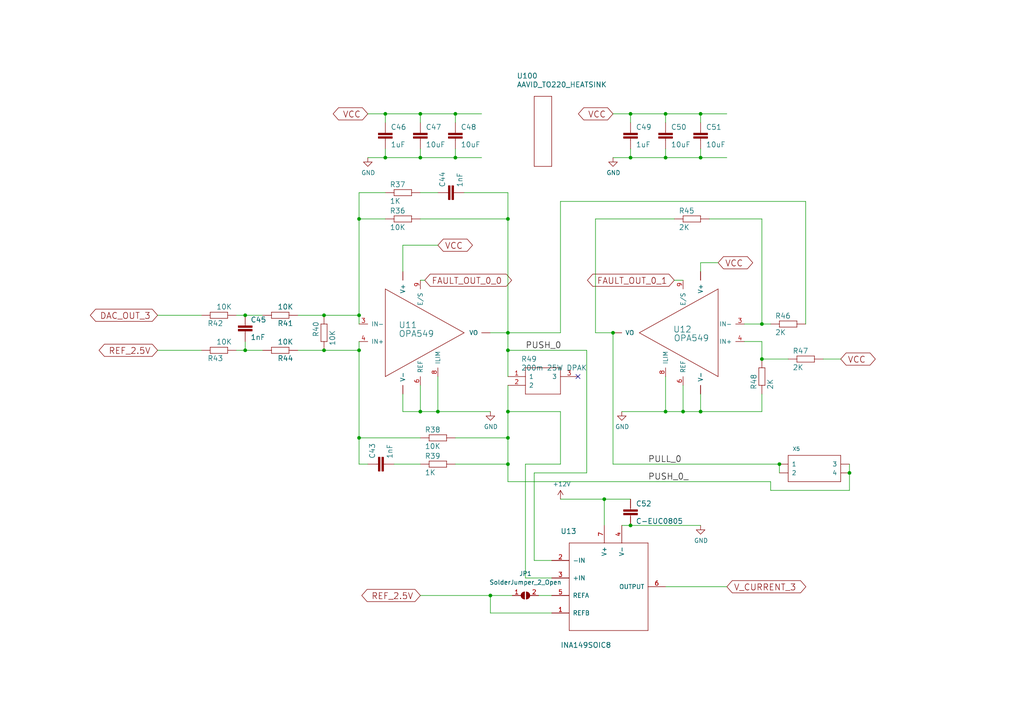
<source format=kicad_sch>
(kicad_sch (version 20211123) (generator eeschema)
  (paper "A4")
  (lib_symbols
    (symbol "GPA_dortmund-eagle-import:AAVID_TO220_HEATSINK" (pin_names (offset 1.016))
      (property "Value" "AAVID_TO220_HEATSINK" (at -7.62 12.7 0))
      (symbol "AAVID_TO220_HEATSINK_1_0"
        (polyline (pts (xy -2.54 -10.16) (xy 2.54 -10.16)))
        (polyline (pts (xy -2.54 10.16) (xy -2.54 -10.16)))
        (polyline (pts (xy 2.54 -10.16) (xy 2.54 10.16)))
        (polyline (pts (xy 2.54 10.16) (xy -2.54 10.16)))
      )
    )
    (symbol "GPA_dortmund-eagle-import:C-EUC0805" (pin_names (offset 1.016))
      (property "Reference" "C" (at 1.524 0.381 0))
      (property "Value" "C-EUC0805" (at 1.524 -4.699 0))
      (symbol "C-EUC0805_1_0"
        (rectangle (start -2.032 -2.032) (end 2.032 -1.524) (fill (type outline)))
        (rectangle (start -2.032 -1.016) (end 2.032 -0.508) (fill (type outline)))
        (polyline (pts (xy 0 -2.54) (xy 0 -2.032)))
        (polyline (pts (xy 0 0) (xy 0 -0.508)))
        (pin passive line (at 0 2.54 270) (length 2.54) (name "1") (number "1"))
        (pin passive line (at 0 -5.08 90) (length 2.54) (name "2") (number "2"))
      )
    )
    (symbol "GPA_dortmund-eagle-import:INA149SOIC8" (pin_names (offset 1.016))
      (property "Value" "INA149SOIC8" (at -7.62 -15.24 0))
      (symbol "INA149SOIC8_0_0"
        (pin no_connect line (at 0 17.78 270) (length 2.54) hide (name "NC") (number "8"))
      )
      (symbol "INA149SOIC8_1_0"
        (polyline (pts (xy -5.08 -10.16) (xy 17.78 -10.16)))
        (polyline (pts (xy -5.08 15.24) (xy -5.08 -10.16)))
        (polyline (pts (xy 17.78 -10.16) (xy 17.78 15.24)))
        (polyline (pts (xy 17.78 15.24) (xy -5.08 15.24)))
        (pin power_in line (at -10.16 -5.08 0) (length 5.08) (name "REFB") (number "1"))
        (pin input line (at -10.16 10.16 0) (length 5.08) (name "-IN") (number "2"))
        (pin input line (at -10.16 5.08 0) (length 5.08) (name "+IN") (number "3"))
        (pin power_in line (at 10.16 20.32 270) (length 5.08) (name "V-") (number "4"))
        (pin input line (at -10.16 0 0) (length 5.08) (name "REFA") (number "5"))
        (pin output line (at 22.86 2.54 180) (length 5.08) (name "OUTPUT") (number "6"))
        (pin power_in line (at 5.08 20.32 270) (length 5.08) (name "V+") (number "7"))
      )
    )
    (symbol "GPA_dortmund-eagle-import:MINI-FIT-JR-045569-NA2" (pin_names (offset 1.016))
      (property "Reference" "X" (at -6.35 6.35 0))
      (symbol "MINI-FIT-JR-045569-NA2_1_0"
        (polyline (pts (xy -7.62 -2.54) (xy 7.62 -2.54)))
        (polyline (pts (xy -7.62 5.08) (xy -7.62 -2.54)))
        (polyline (pts (xy 7.62 -2.54) (xy 7.62 5.08)))
        (polyline (pts (xy 7.62 5.08) (xy -7.62 5.08)))
        (pin bidirectional line (at -10.16 2.54 0) (length 2.54) (name "1") (number "P1"))
        (pin bidirectional line (at -10.16 0 0) (length 2.54) (name "2") (number "P2"))
        (pin bidirectional line (at 10.16 2.54 180) (length 2.54) (name "3") (number "P3"))
        (pin bidirectional line (at 10.16 0 180) (length 2.54) (name "4") (number "P4"))
      )
    )
    (symbol "GPA_dortmund-eagle-import:OPA549_KV_11TO-220_11" (pin_names (offset 1.016))
      (property "Reference" "U" (at -14.8844 16.7386 0))
      (property "Value" "OPA549_KV_11TO-220_11" (at -15.5194 14.1986 0))
      (symbol "OPA549_KV_11TO-220_11_1_0"
        (polyline (pts (xy -7.62 -12.7) (xy 15.24 0)))
        (polyline (pts (xy -7.62 12.7) (xy -7.62 -12.7)))
        (polyline (pts (xy 15.24 0) (xy -7.62 12.7)))
        (pin bidirectional line (at 22.86 0 180) (length 2.54) (name "VO") (number "1"))
        (pin power_in line (at -2.54 17.78 270) (length 2.54) (name "V+") (number "10"))
        (pin power_in line (at -2.54 17.78 270) (length 2.54) (name "V+") (number "11"))
        (pin bidirectional line (at 22.86 0 180) (length 2.54) (name "VO") (number "2"))
        (pin input line (at -15.24 2.54 0) (length 2.54) (name "IN-") (number "3"))
        (pin input line (at -15.24 -2.54 0) (length 2.54) (name "IN+") (number "4"))
        (pin power_in line (at -2.54 -17.78 90) (length 2.54) (name "V-") (number "5"))
        (pin power_in line (at 2.54 -15.24 90) (length 2.54) (name "REF") (number "6"))
        (pin power_in line (at -2.54 -17.78 90) (length 2.54) (name "V-") (number "7"))
        (pin passive line (at 7.62 -12.7 90) (length 2.54) (name "ILIM") (number "8"))
        (pin passive line (at 2.54 15.24 270) (length 2.54) (name "E/S") (number "9"))
      )
    )
    (symbol "GPA_dortmund-eagle-import:PWR163S-25-10R0J" (pin_names (offset 1.016))
      (property "Reference" "R" (at 16.51 7.62 0))
      (property "Value" "PWR163S-25-10R0J" (at 16.51 5.08 0))
      (symbol "PWR163S-25-10R0J_1_0"
        (polyline (pts (xy 5.08 2.54) (xy 5.08 -5.08)))
        (polyline (pts (xy 5.08 2.54) (xy 15.24 2.54)))
        (polyline (pts (xy 15.24 -5.08) (xy 5.08 -5.08)))
        (polyline (pts (xy 15.24 -5.08) (xy 15.24 2.54)))
        (pin bidirectional line (at 0 0 0) (length 5.08) (name "1") (number "1"))
        (pin bidirectional line (at 0 -2.54 0) (length 5.08) (name "2") (number "2"))
        (pin bidirectional line (at 20.32 0 180) (length 5.08) (name "3") (number "3"))
      )
    )
    (symbol "GPA_dortmund-eagle-import:R-EU_M0805" (pin_names (offset 1.016))
      (property "Reference" "R" (at -3.81 1.4986 0))
      (property "Value" "R-EU_M0805" (at -3.81 -3.302 0))
      (symbol "R-EU_M0805_1_0"
        (polyline (pts (xy -2.54 -0.889) (xy -2.54 0.889)))
        (polyline (pts (xy -2.54 -0.889) (xy 2.54 -0.889)))
        (polyline (pts (xy 2.54 -0.889) (xy 2.54 0.889)))
        (polyline (pts (xy 2.54 0.889) (xy -2.54 0.889)))
        (pin passive line (at -5.08 0 0) (length 2.54) (name "1") (number "1"))
        (pin passive line (at 5.08 0 180) (length 2.54) (name "2") (number "2"))
      )
    )
    (symbol "GPA_dortmund-eagle-import:R-EU_R0805" (pin_names (offset 1.016))
      (property "Reference" "R" (at -3.81 1.4986 0))
      (property "Value" "R-EU_R0805" (at -3.81 -3.302 0))
      (symbol "R-EU_R0805_1_0"
        (polyline (pts (xy -2.54 -0.889) (xy -2.54 0.889)))
        (polyline (pts (xy -2.54 -0.889) (xy 2.54 -0.889)))
        (polyline (pts (xy 2.54 -0.889) (xy 2.54 0.889)))
        (polyline (pts (xy 2.54 0.889) (xy -2.54 0.889)))
        (pin passive line (at -5.08 0 0) (length 2.54) (name "1") (number "1"))
        (pin passive line (at 5.08 0 180) (length 2.54) (name "2") (number "2"))
      )
    )
    (symbol "Jumper:SolderJumper_2_Open" (pin_names (offset 0) hide)
      (property "Reference" "JP" (at 0 2.032 0))
      (property "Value" "SolderJumper_2_Open" (at 0 -2.54 0))
      (symbol "SolderJumper_2_Open_0_1"
        (arc (start -0.254 1.016) (mid -1.27 0) (end -0.254 -1.016))
        (arc (start -0.254 1.016) (mid -1.27 0) (end -0.254 -1.016) (fill (type outline)))
        (polyline (pts (xy -0.254 1.016) (xy -0.254 -1.016)))
        (polyline (pts (xy 0.254 1.016) (xy 0.254 -1.016)))
        (arc (start 0.254 -1.016) (mid 1.27 0) (end 0.254 1.016))
        (arc (start 0.254 -1.016) (mid 1.27 0) (end 0.254 1.016) (fill (type outline)))
      )
      (symbol "SolderJumper_2_Open_1_1"
        (pin passive line (at -3.81 0 0) (length 2.54) (name "A") (number "1"))
        (pin passive line (at 3.81 0 180) (length 2.54) (name "B") (number "2"))
      )
    )
    (symbol "power:+12V" (power) (pin_names (offset 0))
      (property "Value" "+12V" (at 0 3.556 0))
      (symbol "+12V_0_1"
        (polyline (pts (xy -0.762 1.27) (xy 0 2.54)))
        (polyline (pts (xy 0 0) (xy 0 2.54)))
        (polyline (pts (xy 0 2.54) (xy 0.762 1.27)))
      )
      (symbol "+12V_1_1"
        (pin power_in line (at 0 0 90) (length 0) hide (name "+12V") (number "1"))
      )
    )
    (symbol "power:GND" (power) (pin_names (offset 0))
      (property "Value" "GND" (at 0 -3.81 0))
      (symbol "GND_0_1"
        (polyline (pts (xy 0 0) (xy 0 -1.27) (xy 1.27 -1.27) (xy 0 -2.54) (xy -1.27 -1.27) (xy 0 -1.27)))
      )
      (symbol "GND_1_1"
        (pin power_in line (at 0 0 270) (length 0) hide (name "GND") (number "1"))
      )
    )
  )
  (junction (at 121.92 45.72))
  (junction (at 193.04 33.02))
  (junction (at 203.2 45.72))
  (junction (at 226.06 134.62))
  (junction (at 71.12 91.44))
  (junction (at 104.14 63.5))
  (junction (at 182.88 45.72))
  (junction (at 121.92 119.38))
  (junction (at 203.2 119.38))
  (junction (at 147.32 119.38))
  (junction (at 147.32 96.52))
  (junction (at 132.08 45.72))
  (junction (at 132.08 33.02))
  (junction (at 193.04 45.72))
  (junction (at 147.32 127))
  (junction (at 104.14 101.6))
  (junction (at 193.04 119.38))
  (junction (at 93.98 91.44))
  (junction (at 147.32 63.5))
  (junction (at 177.8 96.52))
  (junction (at 142.24 172.72))
  (junction (at 71.12 101.6))
  (junction (at 121.92 33.02))
  (junction (at 147.32 134.62))
  (junction (at 182.88 152.4))
  (junction (at 175.26 144.78))
  (junction (at 104.14 91.44))
  (junction (at 203.2 33.02))
  (junction (at 182.88 33.02))
  (junction (at 104.14 127))
  (junction (at 111.76 45.72))
  (junction (at 111.76 33.02))
  (junction (at 246.38 137.16))
  (junction (at 198.12 119.38))
  (junction (at 220.98 93.98))
  (junction (at 93.98 101.6))
  (junction (at 220.98 104.14))
  (junction (at 127 119.38))
  (junction (at 147.32 101.6))
  (no_connect (at 167.64 109.22))
  (wire (pts (xy 203.2 35.56) (xy 203.2 33.02)))
  (wire (pts (xy 121.92 134.62) (xy 114.3 134.62)))
  (wire (pts (xy 228.6 104.14) (xy 220.98 104.14)))
  (wire (pts (xy 121.92 43.18) (xy 121.92 45.72)))
  (wire (pts (xy 177.8 134.62) (xy 226.06 134.62)))
  (wire (pts (xy 121.92 45.72) (xy 132.08 45.72)))
  (wire (pts (xy 116.84 78.74) (xy 116.84 71.12)))
  (wire (pts (xy 193.04 43.18) (xy 193.04 45.72)))
  (wire (pts (xy 220.98 119.38) (xy 203.2 119.38)))
  (wire (pts (xy 132.08 43.18) (xy 132.08 45.72)))
  (wire (pts (xy 215.9 99.06) (xy 220.98 99.06)))
  (wire (pts (xy 223.52 142.24) (xy 246.38 142.24)))
  (wire (pts (xy 203.2 76.2) (xy 208.28 76.2)))
  (wire (pts (xy 182.88 152.4) (xy 203.2 152.4)))
  (wire (pts (xy 193.04 119.38) (xy 198.12 119.38)))
  (wire (pts (xy 71.12 99.06) (xy 71.12 101.6)))
  (wire (pts (xy 152.4 134.62) (xy 152.4 167.64)))
  (wire (pts (xy 195.58 63.5) (xy 172.72 63.5)))
  (wire (pts (xy 104.14 91.44) (xy 104.14 93.98)))
  (wire (pts (xy 226.06 137.16) (xy 226.06 134.62)))
  (wire (pts (xy 111.76 33.02) (xy 121.92 33.02)))
  (wire (pts (xy 162.56 119.38) (xy 162.56 134.62)))
  (wire (pts (xy 193.04 33.02) (xy 203.2 33.02)))
  (wire (pts (xy 111.76 35.56) (xy 111.76 33.02)))
  (wire (pts (xy 233.68 93.98) (xy 233.68 58.42)))
  (wire (pts (xy 116.84 114.3) (xy 116.84 119.38)))
  (wire (pts (xy 104.14 127) (xy 104.14 101.6)))
  (wire (pts (xy 203.2 114.3) (xy 203.2 119.38)))
  (wire (pts (xy 203.2 43.18) (xy 203.2 45.72)))
  (wire (pts (xy 111.76 43.18) (xy 111.76 45.72)))
  (wire (pts (xy 160.02 167.64) (xy 152.4 167.64)))
  (wire (pts (xy 193.04 109.22) (xy 193.04 119.38)))
  (wire (pts (xy 203.2 78.74) (xy 203.2 76.2)))
  (wire (pts (xy 198.12 119.38) (xy 198.12 111.76)))
  (wire (pts (xy 121.92 81.28) (xy 123.19 81.28)))
  (wire (pts (xy 93.98 91.44) (xy 104.14 91.44)))
  (wire (pts (xy 106.68 134.62) (xy 104.14 134.62)))
  (wire (pts (xy 147.32 139.7) (xy 223.52 139.7)))
  (wire (pts (xy 147.32 127) (xy 147.32 134.62)))
  (wire (pts (xy 203.2 33.02) (xy 210.82 33.02)))
  (wire (pts (xy 134.62 55.88) (xy 147.32 55.88)))
  (wire (pts (xy 170.18 101.6) (xy 170.18 137.16)))
  (wire (pts (xy 162.56 58.42) (xy 162.56 96.52)))
  (wire (pts (xy 132.08 45.72) (xy 139.7 45.72)))
  (wire (pts (xy 180.34 119.38) (xy 193.04 119.38)))
  (wire (pts (xy 104.14 101.6) (xy 104.14 99.06)))
  (wire (pts (xy 182.88 35.56) (xy 182.88 33.02)))
  (wire (pts (xy 170.18 137.16) (xy 154.94 137.16)))
  (wire (pts (xy 177.8 33.02) (xy 182.88 33.02)))
  (wire (pts (xy 86.36 101.6) (xy 93.98 101.6)))
  (wire (pts (xy 111.76 45.72) (xy 121.92 45.72)))
  (wire (pts (xy 172.72 96.52) (xy 177.8 96.52)))
  (wire (pts (xy 220.98 93.98) (xy 215.9 93.98)))
  (wire (pts (xy 147.32 101.6) (xy 147.32 109.22)))
  (wire (pts (xy 246.38 142.24) (xy 246.38 137.16)))
  (wire (pts (xy 160.02 162.56) (xy 154.94 162.56)))
  (wire (pts (xy 127 119.38) (xy 121.92 119.38)))
  (wire (pts (xy 193.04 45.72) (xy 203.2 45.72)))
  (wire (pts (xy 93.98 101.6) (xy 104.14 101.6)))
  (wire (pts (xy 147.32 111.76) (xy 147.32 119.38)))
  (wire (pts (xy 104.14 63.5) (xy 104.14 91.44)))
  (wire (pts (xy 142.24 96.52) (xy 147.32 96.52)))
  (wire (pts (xy 132.08 134.62) (xy 147.32 134.62)))
  (wire (pts (xy 142.24 119.38) (xy 127 119.38)))
  (wire (pts (xy 132.08 127) (xy 147.32 127)))
  (wire (pts (xy 104.14 134.62) (xy 104.14 127)))
  (wire (pts (xy 205.74 63.5) (xy 220.98 63.5)))
  (wire (pts (xy 246.38 137.16) (xy 246.38 134.62)))
  (wire (pts (xy 198.12 81.28) (xy 195.58 81.28)))
  (wire (pts (xy 148.59 172.72) (xy 142.24 172.72)))
  (wire (pts (xy 132.08 35.56) (xy 132.08 33.02)))
  (wire (pts (xy 121.92 127) (xy 104.14 127)))
  (wire (pts (xy 121.92 63.5) (xy 147.32 63.5)))
  (wire (pts (xy 182.88 43.18) (xy 182.88 45.72)))
  (wire (pts (xy 175.26 152.4) (xy 175.26 144.78)))
  (wire (pts (xy 160.02 172.72) (xy 156.21 172.72)))
  (wire (pts (xy 106.68 33.02) (xy 111.76 33.02)))
  (wire (pts (xy 71.12 101.6) (xy 68.58 101.6)))
  (wire (pts (xy 147.32 96.52) (xy 147.32 101.6)))
  (wire (pts (xy 132.08 33.02) (xy 139.7 33.02)))
  (wire (pts (xy 121.92 35.56) (xy 121.92 33.02)))
  (wire (pts (xy 154.94 137.16) (xy 154.94 162.56)))
  (wire (pts (xy 76.2 101.6) (xy 71.12 101.6)))
  (wire (pts (xy 147.32 101.6) (xy 170.18 101.6)))
  (wire (pts (xy 177.8 45.72) (xy 182.88 45.72)))
  (wire (pts (xy 68.58 91.44) (xy 71.12 91.44)))
  (wire (pts (xy 71.12 91.44) (xy 76.2 91.44)))
  (wire (pts (xy 147.32 55.88) (xy 147.32 63.5)))
  (wire (pts (xy 116.84 119.38) (xy 121.92 119.38)))
  (wire (pts (xy 180.34 152.4) (xy 182.88 152.4)))
  (wire (pts (xy 182.88 33.02) (xy 193.04 33.02)))
  (wire (pts (xy 111.76 55.88) (xy 104.14 55.88)))
  (wire (pts (xy 147.32 63.5) (xy 147.32 96.52)))
  (wire (pts (xy 121.92 119.38) (xy 121.92 111.76)))
  (wire (pts (xy 147.32 119.38) (xy 162.56 119.38)))
  (wire (pts (xy 182.88 144.78) (xy 175.26 144.78)))
  (wire (pts (xy 142.24 172.72) (xy 121.92 172.72)))
  (wire (pts (xy 182.88 45.72) (xy 193.04 45.72)))
  (wire (pts (xy 160.02 177.8) (xy 142.24 177.8)))
  (wire (pts (xy 127 109.22) (xy 127 119.38)))
  (wire (pts (xy 233.68 58.42) (xy 162.56 58.42)))
  (wire (pts (xy 172.72 63.5) (xy 172.72 96.52)))
  (wire (pts (xy 193.04 170.18) (xy 210.82 170.18)))
  (wire (pts (xy 106.68 45.72) (xy 111.76 45.72)))
  (wire (pts (xy 116.84 71.12) (xy 127 71.12)))
  (wire (pts (xy 177.8 96.52) (xy 177.8 134.62)))
  (wire (pts (xy 220.98 114.3) (xy 220.98 119.38)))
  (wire (pts (xy 127 55.88) (xy 121.92 55.88)))
  (wire (pts (xy 220.98 63.5) (xy 220.98 93.98)))
  (wire (pts (xy 86.36 91.44) (xy 93.98 91.44)))
  (wire (pts (xy 142.24 177.8) (xy 142.24 172.72)))
  (wire (pts (xy 223.52 139.7) (xy 223.52 142.24)))
  (wire (pts (xy 193.04 35.56) (xy 193.04 33.02)))
  (wire (pts (xy 147.32 134.62) (xy 147.32 139.7)))
  (wire (pts (xy 104.14 55.88) (xy 104.14 63.5)))
  (wire (pts (xy 121.92 33.02) (xy 132.08 33.02)))
  (wire (pts (xy 238.76 104.14) (xy 243.84 104.14)))
  (wire (pts (xy 162.56 96.52) (xy 147.32 96.52)))
  (wire (pts (xy 162.56 134.62) (xy 152.4 134.62)))
  (wire (pts (xy 58.42 101.6) (xy 45.72 101.6)))
  (wire (pts (xy 111.76 63.5) (xy 104.14 63.5)))
  (wire (pts (xy 220.98 93.98) (xy 223.52 93.98)))
  (wire (pts (xy 58.42 91.44) (xy 45.72 91.44)))
  (wire (pts (xy 147.32 119.38) (xy 147.32 127)))
  (wire (pts (xy 175.26 144.78) (xy 162.56 144.78)))
  (wire (pts (xy 203.2 45.72) (xy 210.82 45.72)))
  (wire (pts (xy 220.98 99.06) (xy 220.98 104.14)))
  (wire (pts (xy 203.2 119.38) (xy 198.12 119.38)))
  (label "PUSH_0" (at 152.4 101.6 0) (effects (font (size 1.778 1.778))))
  (label "PULL_0" (at 187.96 134.62 0) (effects (font (size 1.778 1.778))))
  (label "PUSH_0_" (at 187.96 139.7 0) (effects (font (size 1.778 1.778))))
  (global_label "VCC" (shape bidirectional) (at 208.28 76.2 0) (effects (font (size 1.778 1.778))) (property "Intersheet References" "${INTERSHEET_REFS}" (effects hide)))
  (global_label "VCC" (shape bidirectional) (at 177.8 33.02 180) (effects (font (size 1.778 1.778))) (property "Intersheet References" "${INTERSHEET_REFS}" (effects hide)))
  (global_label "VCC" (shape bidirectional) (at 127 71.12 0) (effects (font (size 1.778 1.778))) (property "Intersheet References" "${INTERSHEET_REFS}" (effects hide)))
  (global_label "FAULT_OUT_0_1" (shape bidirectional) (at 195.58 81.28 180) (effects (font (size 1.778 1.778))) (property "Intersheet References" "${INTERSHEET_REFS}" (effects hide)))
  (global_label "VCC" (shape bidirectional) (at 106.68 33.02 180) (effects (font (size 1.778 1.778))) (property "Intersheet References" "${INTERSHEET_REFS}" (effects hide)))
  (global_label "VCC" (shape bidirectional) (at 243.84 104.14 0) (effects (font (size 1.778 1.778))) (property "Intersheet References" "${INTERSHEET_REFS}" (effects hide)))
  (global_label "REF_2.5V" (shape bidirectional) (at 45.72 101.6 180) (effects (font (size 1.778 1.778))) (property "Intersheet References" "${INTERSHEET_REFS}" (effects hide)))
  (global_label "FAULT_OUT_0_0" (shape bidirectional) (at 123.19 81.28 0) (effects (font (size 1.778 1.778))) (property "Intersheet References" "${INTERSHEET_REFS}" (effects hide)))
  (global_label "V_CURRENT_3" (shape bidirectional) (at 210.82 170.18 0) (effects (font (size 1.778 1.778))) (property "Intersheet References" "${INTERSHEET_REFS}" (effects hide)))
  (global_label "REF_2.5V" (shape bidirectional) (at 121.92 172.72 180) (effects (font (size 1.778 1.778))) (property "Intersheet References" "${INTERSHEET_REFS}" (effects hide)))
  (global_label "DAC_OUT_3" (shape bidirectional) (at 45.72 91.44 180) (effects (font (size 1.778 1.778))) (property "Intersheet References" "${INTERSHEET_REFS}" (effects hide)))
  (symbol (lib_id "GPA_dortmund-eagle-import:R-EU_R0805") (at 220.98 109.22 90) (unit 1)
    (property "Reference" "R48" (at 219.4814 113.03 0) (effects (font (size 1.4986 1.4986)) (justify left bottom)))
    (property "Value" "2K" (at 224.282 113.03 0) (effects (font (size 1.4986 1.4986)) (justify left bottom)))
    (property "Footprint" "GPA_dortmund:R0805" (effects hide))
  )
  (symbol (lib_id "GPA_dortmund-eagle-import:R-EU_R0805") (at 233.68 104.14 0) (unit 1)
    (property "Reference" "R47" (at 229.87 102.6414 0) (effects (font (size 1.4986 1.4986)) (justify left bottom)))
    (property "Value" "2K" (at 229.87 107.442 0) (effects (font (size 1.4986 1.4986)) (justify left bottom)))
    (property "Footprint" "GPA_dortmund:R0805" (effects hide))
  )
  (symbol (lib_id "GPA_dortmund-eagle-import:PWR163S-25-10R0J") (at 147.32 109.22 0) (unit 1)
    (property "Reference" "R49" (at 151.13 104.14 0) (effects (font (size 1.4986 1.4986)) (justify left)))
    (property "Value" "200m 25W DPAK" (at 151.13 106.68 0) (effects (font (size 1.4986 1.4986)) (justify left)))
    (property "Footprint" "GPA_dortmund:PWR163_DPAK" (effects hide))
  )
  (symbol (lib_id "GPA_dortmund-eagle-import:C-EUC0805") (at 129.54 55.88 90) (unit 1)
    (property "Reference" "C44" (at 129.159 54.356 0) (effects (font (size 1.4986 1.4986)) (justify left bottom)))
    (property "Value" "1nF" (at 134.239 54.356 0) (effects (font (size 1.4986 1.4986)) (justify left bottom)))
    (property "Footprint" "GPA_dortmund:C0805" (effects hide))
  )
  (symbol (lib_id "GPA_dortmund-eagle-import:R-EU_M0805") (at 81.28 91.44 180) (unit 1)
    (property "Reference" "R41" (at 85.09 92.9386 0) (effects (font (size 1.4986 1.4986)) (justify left bottom)))
    (property "Value" "10K" (at 85.09 88.138 0) (effects (font (size 1.4986 1.4986)) (justify left bottom)))
    (property "Footprint" "GPA_dortmund:M0805" (effects hide))
  )
  (symbol (lib_id "GPA_dortmund-eagle-import:R-EU_R0805") (at 200.66 63.5 0) (unit 1)
    (property "Reference" "R45" (at 196.85 62.0014 0) (effects (font (size 1.4986 1.4986)) (justify left bottom)))
    (property "Value" "2K" (at 196.85 66.802 0) (effects (font (size 1.4986 1.4986)) (justify left bottom)))
    (property "Footprint" "GPA_dortmund:R0805" (effects hide))
  )
  (symbol (lib_id "GPA_dortmund-eagle-import:MINI-FIT-JR-045569-NA2") (at 236.22 137.16 0) (unit 1)
    (property "Reference" "X5" (at 229.87 130.81 0) (effects (font (size 1.0668 1.0668)) (justify left bottom)))
    (property "Value" "MINI-FIT-JR-045569-NA2" (effects hide))
    (property "Footprint" "GPA_dortmund:5569-NA2-04" (effects hide))
  )
  (symbol (lib_id "GPA_dortmund-eagle-import:R-EU_R0805") (at 116.84 55.88 0) (unit 1)
    (property "Reference" "R37" (at 113.03 54.3814 0) (effects (font (size 1.4986 1.4986)) (justify left bottom)))
    (property "Value" "1K" (at 113.03 59.182 0) (effects (font (size 1.4986 1.4986)) (justify left bottom)))
    (property "Footprint" "GPA_dortmund:R0805" (effects hide))
  )
  (symbol (lib_id "GPA_dortmund-eagle-import:R-EU_R0805") (at 127 134.62 0) (unit 1)
    (property "Reference" "R39" (at 123.19 133.1214 0) (effects (font (size 1.4986 1.4986)) (justify left bottom)))
    (property "Value" "1K" (at 123.19 137.922 0) (effects (font (size 1.4986 1.4986)) (justify left bottom)))
    (property "Footprint" "GPA_dortmund:R0805" (effects hide))
  )
  (symbol (lib_id "GPA_dortmund-eagle-import:C-EUC0805") (at 71.12 93.98 0) (unit 1)
    (property "Reference" "C45" (at 72.644 93.599 0) (effects (font (size 1.4986 1.4986)) (justify left bottom)))
    (property "Value" "1nF" (at 72.644 98.679 0) (effects (font (size 1.4986 1.4986)) (justify left bottom)))
    (property "Footprint" "GPA_dortmund:C0805" (effects hide))
  )
  (symbol (lib_id "GPA_dortmund-eagle-import:R-EU_R0805") (at 63.5 91.44 180) (unit 1)
    (property "Reference" "R42" (at 64.77 92.9386 0) (effects (font (size 1.4986 1.4986)) (justify left bottom)))
    (property "Value" "10K" (at 67.31 88.138 0) (effects (font (size 1.4986 1.4986)) (justify left bottom)))
    (property "Footprint" "GPA_dortmund:R0805" (effects hide))
  )
  (symbol (lib_id "power:GND") (at 203.2 152.4 0) (unit 1)
    (property "Reference" "#PWR0123" (effects hide))
    (property "Value" "GND" (at 203.327 156.7942 0))
  )
  (symbol (lib_id "power:GND") (at 180.34 119.38 0) (unit 1)
    (property "Reference" "#PWR0124" (effects hide))
    (property "Value" "GND" (at 180.467 123.7742 0))
  )
  (symbol (lib_id "power:GND") (at 142.24 119.38 0) (unit 1)
    (property "Reference" "#PWR0125" (effects hide))
    (property "Value" "GND" (at 142.367 123.7742 0))
  )
  (symbol (lib_id "power:GND") (at 106.68 45.72 0) (unit 1)
    (property "Reference" "#PWR0126" (effects hide))
    (property "Value" "GND" (at 106.807 50.1142 0))
  )
  (symbol (lib_id "power:GND") (at 177.8 45.72 0) (unit 1)
    (property "Reference" "#PWR0127" (effects hide))
    (property "Value" "GND" (at 177.927 50.1142 0))
  )
  (symbol (lib_id "power:+12V") (at 162.56 144.78 0) (unit 1)
    (property "Reference" "#PWR0146" (effects hide))
    (property "Value" "+12V" (at 162.941 140.3858 0))
  )
  (symbol (lib_id "GPA_dortmund-eagle-import:C-EUC0805") (at 132.08 38.1 0) (unit 1)
    (property "Reference" "C48" (at 133.604 37.719 0) (effects (font (size 1.4986 1.4986)) (justify left bottom)))
    (property "Value" "10uF" (at 133.604 42.799 0) (effects (font (size 1.4986 1.4986)) (justify left bottom)))
    (property "Footprint" "Capacitor_SMD:C_1210_3225Metric_Pad1.33x2.70mm_HandSolder" (effects hide))
  )
  (symbol (lib_id "GPA_dortmund-eagle-import:C-EUC0805") (at 111.76 38.1 0) (unit 1)
    (property "Reference" "C46" (at 113.284 37.719 0) (effects (font (size 1.4986 1.4986)) (justify left bottom)))
    (property "Value" "1uF" (at 113.284 42.799 0) (effects (font (size 1.4986 1.4986)) (justify left bottom)))
    (property "Footprint" "GPA_dortmund:C0805" (effects hide))
  )
  (symbol (lib_id "GPA_dortmund-eagle-import:OPA549_KV_11TO-220_11") (at 119.38 96.52 0) (unit 1)
    (property "Reference" "U11" (at 115.57 95.25 0) (effects (font (size 1.7526 1.7526)) (justify left bottom)))
    (property "Value" "OPA549" (at 115.57 97.79 0) (effects (font (size 1.7526 1.7526)) (justify left bottom)))
    (property "Footprint" "GPA_dortmund:TA11B" (effects hide))
  )
  (symbol (lib_id "GPA_dortmund-eagle-import:OPA549_KV_11TO-220_11") (at 200.66 96.52 0) (mirror y) (unit 1)
    (property "Reference" "U12" (at 200.66 96.52 0) (effects (font (size 1.7526 1.7526)) (justify left bottom)))
    (property "Value" "OPA549" (at 205.74 99.06 0) (effects (font (size 1.7526 1.7526)) (justify left bottom)))
    (property "Footprint" "GPA_dortmund:TA11B" (effects hide))
  )
  (symbol (lib_id "GPA_dortmund-eagle-import:C-EUC0805") (at 109.22 134.62 90) (unit 1)
    (property "Reference" "C43" (at 108.839 133.096 0) (effects (font (size 1.4986 1.4986)) (justify left bottom)))
    (property "Value" "1nF" (at 113.919 133.096 0) (effects (font (size 1.4986 1.4986)) (justify left bottom)))
    (property "Footprint" "GPA_dortmund:C0805" (effects hide))
  )
  (symbol (lib_id "GPA_dortmund-eagle-import:C-EUC0805") (at 193.04 38.1 0) (unit 1)
    (property "Reference" "C50" (at 194.564 37.719 0) (effects (font (size 1.4986 1.4986)) (justify left bottom)))
    (property "Value" "10uF" (at 194.564 42.799 0) (effects (font (size 1.4986 1.4986)) (justify left bottom)))
    (property "Footprint" "Capacitor_SMD:C_1210_3225Metric_Pad1.33x2.70mm_HandSolder" (effects hide))
  )
  (symbol (lib_id "GPA_dortmund-eagle-import:C-EUC0805") (at 203.2 38.1 0) (unit 1)
    (property "Reference" "C51" (at 204.724 37.719 0) (effects (font (size 1.4986 1.4986)) (justify left bottom)))
    (property "Value" "10uF" (at 204.724 42.799 0) (effects (font (size 1.4986 1.4986)) (justify left bottom)))
    (property "Footprint" "Capacitor_SMD:C_1210_3225Metric_Pad1.33x2.70mm_HandSolder" (effects hide))
  )
  (symbol (lib_id "GPA_dortmund-eagle-import:INA149SOIC8") (at 170.18 172.72 0) (unit 1)
    (property "Reference" "U13" (at 162.56 154.94 0) (effects (font (size 1.4986 1.4986)) (justify left bottom)))
    (property "Value" "INA149SOIC8" (at 162.56 187.96 0) (effects (font (size 1.4986 1.4986)) (justify left bottom)))
    (property "Footprint" "GPA_dortmund:SOIC127P600X144-8" (effects hide))
  )
  (symbol (lib_id "GPA_dortmund-eagle-import:R-EU_R0805") (at 127 127 0) (unit 1)
    (property "Reference" "R38" (at 123.19 125.5014 0) (effects (font (size 1.4986 1.4986)) (justify left bottom)))
    (property "Value" "10K" (at 123.19 130.302 0) (effects (font (size 1.4986 1.4986)) (justify left bottom)))
    (property "Footprint" "GPA_dortmund:R0805" (effects hide))
  )
  (symbol (lib_id "GPA_dortmund-eagle-import:R-EU_R0805") (at 228.6 93.98 0) (unit 1)
    (property "Reference" "R46" (at 224.79 92.4814 0) (effects (font (size 1.4986 1.4986)) (justify left bottom)))
    (property "Value" "2K" (at 224.79 97.282 0) (effects (font (size 1.4986 1.4986)) (justify left bottom)))
    (property "Footprint" "GPA_dortmund:R0805" (effects hide))
  )
  (symbol (lib_id "GPA_dortmund-eagle-import:C-EUC0805") (at 182.88 147.32 0) (unit 1)
    (property "Reference" "C52" (at 184.404 146.939 0) (effects (font (size 1.4986 1.4986)) (justify left bottom)))
    (property "Value" "C-EUC0805" (at 184.404 152.019 0) (effects (font (size 1.4986 1.4986)) (justify left bottom)))
    (property "Footprint" "GPA_dortmund:C0805" (effects hide))
  )
  (symbol (lib_id "GPA_dortmund-eagle-import:R-EU_R0805") (at 116.84 63.5 0) (unit 1)
    (property "Reference" "R36" (at 113.03 62.0014 0) (effects (font (size 1.4986 1.4986)) (justify left bottom)))
    (property "Value" "10K" (at 113.03 66.802 0) (effects (font (size 1.4986 1.4986)) (justify left bottom)))
    (property "Footprint" "GPA_dortmund:R0805" (effects hide))
  )
  (symbol (lib_id "GPA_dortmund-eagle-import:C-EUC0805") (at 121.92 38.1 0) (unit 1)
    (property "Reference" "C47" (at 123.444 37.719 0) (effects (font (size 1.4986 1.4986)) (justify left bottom)))
    (property "Value" "10uF" (at 123.444 42.799 0) (effects (font (size 1.4986 1.4986)) (justify left bottom)))
    (property "Footprint" "Capacitor_SMD:C_1210_3225Metric_Pad1.33x2.70mm_HandSolder" (effects hide))
  )
  (symbol (lib_id "GPA_dortmund-eagle-import:R-EU_R0805") (at 63.5 101.6 180) (unit 1)
    (property "Reference" "R43" (at 64.77 103.0986 0) (effects (font (size 1.4986 1.4986)) (justify left bottom)))
    (property "Value" "10K" (at 67.31 98.298 0) (effects (font (size 1.4986 1.4986)) (justify left bottom)))
    (property "Footprint" "GPA_dortmund:R0805" (effects hide))
  )
  (symbol (lib_id "GPA_dortmund-eagle-import:R-EU_R0805") (at 81.28 101.6 180) (unit 1)
    (property "Reference" "R44" (at 85.09 103.0986 0) (effects (font (size 1.4986 1.4986)) (justify left bottom)))
    (property "Value" "10K" (at 85.09 98.298 0) (effects (font (size 1.4986 1.4986)) (justify left bottom)))
    (property "Footprint" "GPA_dortmund:R0805" (effects hide))
  )
  (symbol (lib_id "GPA_dortmund-eagle-import:AAVID_TO220_HEATSINK") (at 157.48 38.1 0) (unit 1)
    (property "Reference" "U100" (at 149.86 22.86 0) (effects (font (size 1.4986 1.4986)) (justify left bottom)))
    (property "Value" "AAVID_TO220_HEATSINK" (at 149.86 25.4 0) (effects (font (size 1.4986 1.4986)) (justify left bottom)))
    (property "Footprint" "GPA_dortmund:AAVID_TO220_HEATSINK" (effects hide))
  )
  (symbol (lib_id "GPA_dortmund-eagle-import:C-EUC0805") (at 182.88 38.1 0) (unit 1)
    (property "Reference" "C49" (at 184.404 37.719 0) (effects (font (size 1.4986 1.4986)) (justify left bottom)))
    (property "Value" "1uF" (at 184.404 42.799 0) (effects (font (size 1.4986 1.4986)) (justify left bottom)))
    (property "Footprint" "GPA_dortmund:C0805" (effects hide))
  )
  (symbol (lib_id "GPA_dortmund-eagle-import:R-EU_R0805") (at 93.98 96.52 90) (unit 1)
    (property "Reference" "R40" (at 92.4814 97.79 0) (effects (font (size 1.4986 1.4986)) (justify left bottom)))
    (property "Value" "10K" (at 97.282 100.33 0) (effects (font (size 1.4986 1.4986)) (justify left bottom)))
    (property "Footprint" "GPA_dortmund:R0805" (effects hide))
  )
  (symbol (lib_id "Jumper:SolderJumper_2_Open") (at 152.4 172.72 0) (unit 1)
    (property "Reference" "JP1" (at 152.4 166.37 0))
    (property "Value" "SolderJumper_2_Open" (at 152.4 168.91 0))
    (property "Footprint" "Jumper:SolderJumper-2_P1.3mm_Open_RoundedPad1.0x1.5mm" (effects hide))
  )
)
</source>
